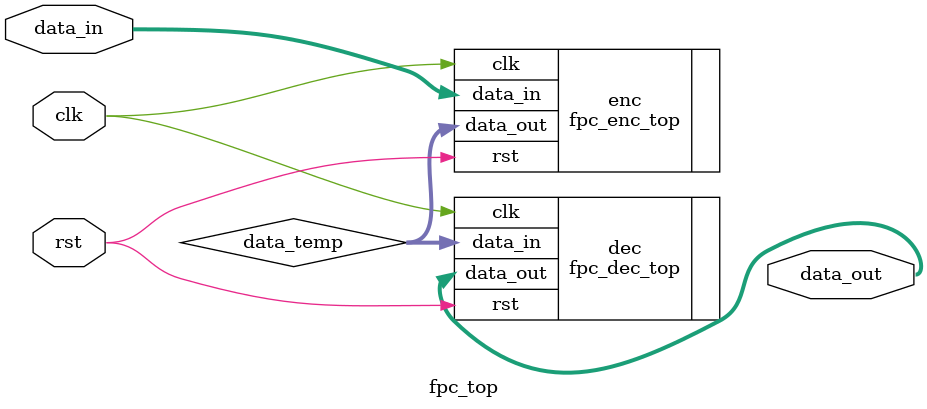
<source format=v>
module fpc_top(clk,
					rst,
					data_in,
					data_out);										
input clk,rst;

input [31:0] data_in;

output [31:0] data_out;

wire [31:0] data_in;
wire [39:0] data_temp; 

// Instances 

fpc_enc_top enc(.clk(clk),.rst(rst),.data_in(data_in),.data_out(data_temp));
fpc_dec_top dec(.clk(clk),.rst(rst),.data_in(data_temp),.data_out(data_out));

endmodule
</source>
